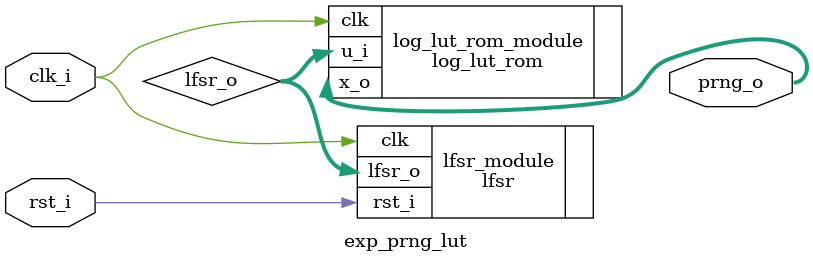
<source format=sv>
`default_nettype none
`include "./lfsr.sv"
`include "./log_lut_rom.sv"

module exp_prng_lut #(
    // lfsr parameters
    parameter LFSR_STATE_WID = 32,
    parameter LFSR_OUT_WID = 6,
    // log_lut_rom parameters
    parameter NUM_SEGMENTS = 64,
    parameter U_WID = 6,
    parameter X_WID = 16
)(
    input wire clk_i,
    input wire rst_i,
    output bit signed [X_WID-1:0] prng_o
);

    // Internal signals
    logic [LFSR_OUT_WID-1:0] lfsr_o;
    // logic [X_WID-1:0] x_o;

    // Instantiate lfsr
    lfsr #(
        .LFSR_STATE_WID(LFSR_STATE_WID),
        .LFSR_OUT_WID(LFSR_OUT_WID)
    ) lfsr_module (
        .clk(clk_i),
        .rst_i(rst_i),
        .lfsr_o(lfsr_o)
    );

    // Instantiate log_lut_rom
    log_lut_rom #(
        .NUM_SEGMENTS(NUM_SEGMENTS),
        .U_WID(U_WID),
        .X_WID(X_WID)
    ) log_lut_rom_module (
        .clk(clk_i),
        .u_i(lfsr_o),
        .x_o(prng_o)
    );

    // always @(posedge clk_i) begin
    //     prng_o <= x_o;
    // end

endmodule: exp_prng_lut
</source>
